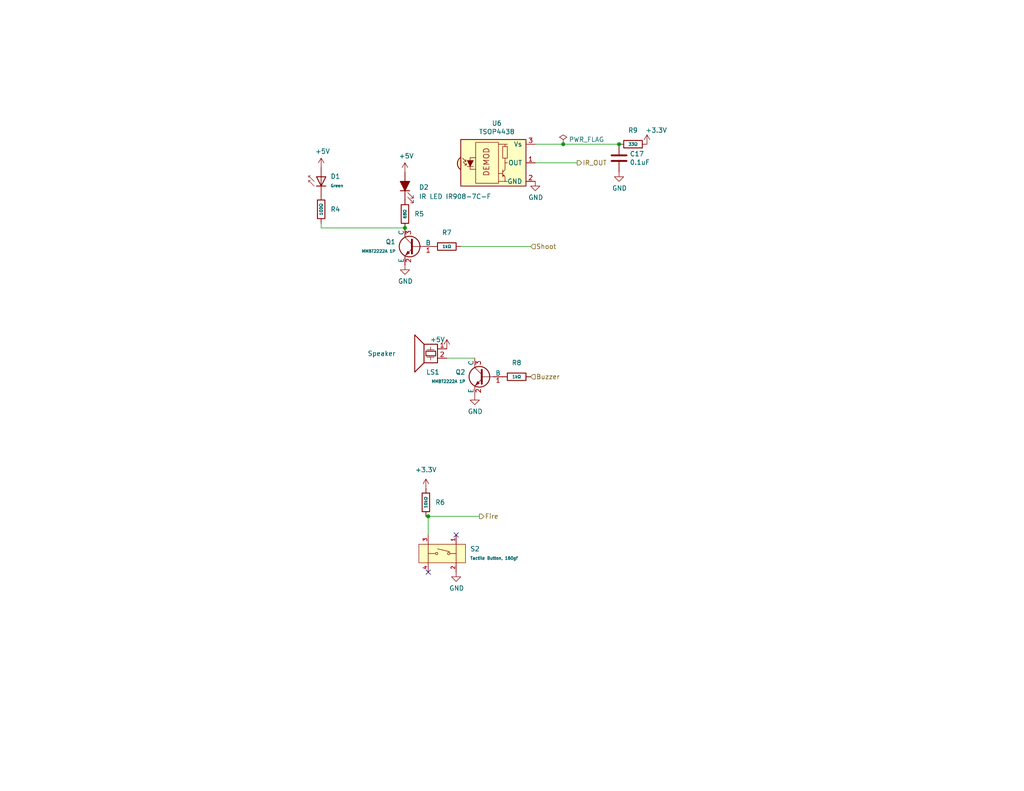
<source format=kicad_sch>
(kicad_sch (version 20250114) (generator "eeschema") (generator_version "9.0")
  (paper "USLetter")
  (title_block (title "Laser Tag") (date "2025-01-29") (rev "0.3") (company "Walla Walla University") (comment 1 "Rob Frohne"))
  (lib_symbols
    (symbol "Device:C" (pin_numbers (hide yes)) (pin_names (offset 0.254))
      (property "Reference" "C" (at 0.635 2.54 0))
      (property "Value" "C" (at 0.635 -2.54 0))
      (symbol "C_0_1"
        (polyline (pts (xy -2.032 0.762) (xy 2.032 0.762)) (stroke (width 0.508)))
        (polyline (pts (xy -2.032 -0.762) (xy 2.032 -0.762)) (stroke (width 0.508)))
      )
      (symbol "C_1_1"
        (pin passive line (at 0 3.81 270) (length 2.794) (name "~") (number "1"))
        (pin passive line (at 0 -3.81 90) (length 2.794) (name "~") (number "2"))
      )
    )
    (symbol "Device:LED_Filled" (pin_numbers (hide yes)) (pin_names (offset 1.016) (hide yes))
      (property "Reference" "D" (at 0 2.54 0))
      (property "Value" "LED_Filled" (at 0 -2.54 0))
      (symbol "LED_Filled_0_1"
        (polyline (pts (xy -3.048 -0.762) (xy -4.572 -2.286) (xy -3.81 -2.286) (xy -4.572 -2.286) (xy -4.572 -1.524)))
        (polyline (pts (xy -1.778 -0.762) (xy -3.302 -2.286) (xy -2.54 -2.286) (xy -3.302 -2.286) (xy -3.302 -1.524)))
        (polyline (pts (xy -1.27 0) (xy 1.27 0)))
        (polyline (pts (xy -1.27 -1.27) (xy -1.27 1.27)) (stroke (width 0.254)))
        (polyline (pts (xy 1.27 -1.27) (xy 1.27 1.27) (xy -1.27 0) (xy 1.27 -1.27)) (stroke (width 0.254)) (fill (type outline)))
      )
      (symbol "LED_Filled_1_1"
        (pin passive line (at -3.81 0 0) (length 2.54) (name "K") (number "1"))
        (pin passive line (at 3.81 0 180) (length 2.54) (name "A") (number "2"))
      )
    )
    (symbol "Device:Speaker_Crystal" (pin_names (offset 0) (hide yes))
      (property "Reference" "LS" (at 0.635 5.715 0))
      (property "Value" "Speaker_Crystal" (at 0.635 3.81 0))
      (symbol "Speaker_Crystal_0_0"
        (rectangle (start -2.54 1.27) (end 1.143 -3.81) (stroke (width 0.254)))
        (rectangle (start -2.032 -0.635) (end 0.635 -1.905) (stroke (width 0.254)))
        (polyline (pts (xy -1.651 -0.254) (xy 0.381 -0.254)))
        (polyline (pts (xy -1.651 -2.286) (xy 0.381 -2.286)))
        (polyline (pts (xy -0.635 -0.254) (xy -0.635 0.508)))
        (polyline (pts (xy -0.635 -2.286) (xy -0.635 -3.048)))
        (polyline (pts (xy 1.143 1.27) (xy 3.683 3.81) (xy 3.683 -6.35) (xy 1.143 -3.81)) (stroke (width 0.254)))
      )
      (symbol "Speaker_Crystal_1_1"
        (pin input line (at -5.08 0 0) (length 2.54) (name "1") (number "1"))
        (pin input line (at -5.08 -2.54 0) (length 2.54) (name "2") (number "2"))
      )
    )
    (symbol "Interface_Optical:TSOP45xx" (pin_names (offset 1.016))
      (property "Reference" "U" (at -10.16 7.62 0))
      (property "Value" "TSOP45xx" (at -10.16 -7.62 0))
      (symbol "TSOP45xx_0_0"
        (arc (start -10.287 -1.778) (mid -11.0899 -0.1905) (end -10.287 1.397) (stroke (width 0.254)) (fill (type background)))
        (polyline (pts (xy 1.905 5.08) (xy 0.127 5.08)))
        (polyline (pts (xy 1.905 -5.08) (xy 0.127 -5.08)))
        (text "DEMOD" (at -3.175 0.254 900) (effects (font (size 1.524 1.524))))
      )
      (symbol "TSOP45xx_0_1"
        (polyline (pts (xy -8.763 0.381) (xy -9.652 1.27)))
        (polyline (pts (xy -8.763 0.381) (xy -9.271 0.381)))
        (polyline (pts (xy -8.763 0.381) (xy -8.763 0.889)))
        (polyline (pts (xy -8.636 -0.635) (xy -9.525 0.254)))
        (polyline (pts (xy -8.636 -0.635) (xy -9.144 -0.635)))
        (polyline (pts (xy -8.636 -0.635) (xy -8.636 -0.127)))
        (polyline (pts (xy -8.382 0.635) (xy -6.731 0.635) (xy -7.62 -1.016) (xy -8.382 0.635)) (fill (type outline)))
        (polyline (pts (xy -8.382 -1.016) (xy -6.731 -1.016)))
        (rectangle (start -6.096 5.588) (end 0.127 -5.588))
        (polyline (pts (xy -6.096 1.397) (xy -7.62 1.397) (xy -7.62 -1.778) (xy -6.096 -1.778)))
        (polyline (pts (xy 1.27 -1.905) (xy 1.27 -3.81)))
        (polyline (pts (xy 1.27 -2.54) (xy 1.905 -1.905) (xy 1.905 0) (xy 2.54 0)))
        (polyline (pts (xy 1.27 -2.921) (xy 0.127 -2.921)))
        (polyline (pts (xy 1.27 -3.175) (xy 1.905 -3.81) (xy 1.905 -5.08) (xy 2.54 -5.08)))
        (polyline (pts (xy 1.397 -3.556) (xy 1.524 -3.556)))
        (polyline (pts (xy 1.651 -3.556) (xy 1.524 -3.556)))
        (polyline (pts (xy 1.651 -3.556) (xy 1.651 -3.302)))
        (polyline (pts (xy 1.905 4.445) (xy 1.905 5.08) (xy 2.54 5.08)))
        (polyline (pts (xy 1.905 0) (xy 1.905 1.27)))
        (rectangle (start 2.54 1.27) (end 1.27 4.445))
        (rectangle (start 7.62 6.35) (end -10.16 -6.35) (stroke (width 0.254)) (fill (type background)))
      )
      (symbol "TSOP45xx_1_1"
        (pin power_in line (at 10.16 5.08 180) (length 2.54) (name "Vs") (number "3"))
        (pin output line (at 10.16 0 180) (length 2.54) (name "OUT") (number "1"))
        (pin power_in line (at 10.16 -5.08 180) (length 2.54) (name "GND") (number "2"))
      )
    )
    (symbol "PCM_JLCPCB-Connectors_Buttons:Tactile Button, 160gf" (pin_names (hide yes))
      (property "Reference" "S" (at 0 1.27 0))
      (property "Value" "Tactile Button, 160gf" (at 0 -8.89 0))
      (symbol "Tactile Button, 160gf_0_1"
        (polyline (pts (xy -2.54 2.54) (xy 2.54 2.54)))
        (polyline (pts (xy -2.54 -5.08) (xy 2.54 -5.08)))
        (polyline (pts (xy -0.508 0.762) (xy -1.27 -2.54)))
        (polyline (pts (xy 0 0.762) (xy 0 2.54)))
        (circle (center 0 0.508) (radius 0.3175) (fill (type background)))
        (circle (center 0 -2.794) (radius 0.3175) (fill (type background)))
        (polyline (pts (xy 0 -3.302) (xy 0 -5.08)))
        (pin unspecified line (at -5.08 2.54 0) (length 2.54) (name "A") (number "1"))
        (pin unspecified line (at -5.08 -5.08 0) (length 2.54) (name "C") (number "3"))
        (pin unspecified line (at 5.08 2.54 180) (length 2.54) (name "B") (number "2"))
        (pin unspecified line (at 5.08 -5.08 180) (length 2.54) (name "D") (number "4"))
      )
      (symbol "Tactile Button, 160gf_1_1"
        (rectangle (start -2.54 5.08) (end 2.54 -7.62) (fill (type background)))
      )
    )
    (symbol "PCM_JLCPCB-Diodes:LED,0805,Green" (pin_numbers (hide yes)) (pin_names (offset 0))
      (property "Reference" "D" (at 2.032 0.834 0))
      (property "Value" "Green" (at 2.032 -1.2122 0))
      (symbol "LED,0805,Green_0_1"
        (polyline (pts (xy -1.905 0) (xy -3.429 1.524) (xy -3.429 1.016) (xy -3.429 1.524) (xy -2.921 1.524)) (stroke (width 0.127)))
        (polyline (pts (xy -1.905 -1.27) (xy -3.429 0.254) (xy -3.429 -0.254) (xy -3.429 0.254) (xy -2.921 0.254)) (stroke (width 0.127)))
        (polyline (pts (xy -1.27 1.27) (xy 0 -1.27) (xy 1.27 1.27) (xy -1.27 1.27)) (stroke (width 0.254)))
        (polyline (pts (xy -1.27 -1.27) (xy 1.27 -1.27)) (stroke (width 0.254)))
      )
      (symbol "LED,0805,Green_1_1"
        (pin passive line (at 0 3.81 270) (length 3.81) (name "~") (number "2"))
        (pin passive line (at 0 -3.81 90) (length 3.81) (name "~") (number "1"))
      )
    )
    (symbol "PCM_JLCPCB-Resistors:0805,100Ω" (pin_numbers (hide yes)) (pin_names (offset 0))
      (property "Reference" "R" (at 1.778 0 0))
      (property "Value" "100Ω" (at 0 0 90))
      (symbol "0805,100Ω_0_1"
        (rectangle (start -1.016 2.54) (end 1.016 -2.54) (stroke (width 0.254)))
      )
      (symbol "0805,100Ω_1_1"
        (pin passive line (at 0 3.81 270) (length 1.27) (name "~") (number "1"))
        (pin passive line (at 0 -3.81 90) (length 1.27) (name "~") (number "2"))
      )
    )
    (symbol "PCM_JLCPCB-Resistors:0805,10kΩ" (pin_numbers (hide yes)) (pin_names (offset 0))
      (property "Reference" "R" (at 1.778 0 0))
      (property "Value" "10kΩ" (at 0 0 90))
      (symbol "0805,10kΩ_0_1"
        (rectangle (start -1.016 2.54) (end 1.016 -2.54) (stroke (width 0.254)))
      )
      (symbol "0805,10kΩ_1_1"
        (pin passive line (at 0 3.81 270) (length 1.27) (name "~") (number "1"))
        (pin passive line (at 0 -3.81 90) (length 1.27) (name "~") (number "2"))
      )
    )
    (symbol "PCM_JLCPCB-Resistors:0805,1kΩ" (pin_numbers (hide yes)) (pin_names (offset 0))
      (property "Reference" "R" (at 1.778 0 0))
      (property "Value" "1kΩ" (at 0 0 90))
      (symbol "0805,1kΩ_0_1"
        (rectangle (start -1.016 2.54) (end 1.016 -2.54) (stroke (width 0.254)))
      )
      (symbol "0805,1kΩ_1_1"
        (pin passive line (at 0 3.81 270) (length 1.27) (name "~") (number "1"))
        (pin passive line (at 0 -3.81 90) (length 1.27) (name "~") (number "2"))
      )
    )
    (symbol "PCM_JLCPCB-Resistors:0805,33Ω" (pin_numbers (hide yes)) (pin_names (offset 0))
      (property "Reference" "R" (at 1.778 0 0))
      (property "Value" "33Ω" (at 0 0 90))
      (symbol "0805,33Ω_0_1"
        (rectangle (start -1.016 2.54) (end 1.016 -2.54) (stroke (width 0.254)))
      )
      (symbol "0805,33Ω_1_1"
        (pin passive line (at 0 3.81 270) (length 1.27) (name "~") (number "1"))
        (pin passive line (at 0 -3.81 90) (length 1.27) (name "~") (number "2"))
      )
    )
    (symbol "PCM_JLCPCB-Resistors:0805,68Ω" (pin_numbers (hide yes)) (pin_names (offset 0))
      (property "Reference" "R" (at 1.778 0 0))
      (property "Value" "68Ω" (at 0 0 90))
      (symbol "0805,68Ω_0_1"
        (rectangle (start -1.016 2.54) (end 1.016 -2.54) (stroke (width 0.254)))
      )
      (symbol "0805,68Ω_1_1"
        (pin passive line (at 0 3.81 270) (length 1.27) (name "~") (number "1"))
        (pin passive line (at 0 -3.81 90) (length 1.27) (name "~") (number "2"))
      )
    )
    (symbol "PCM_JLCPCB-Transistors:NPN,MMBT2222A 1P" (pin_names (offset 0))
      (property "Reference" "Q" (at 4.8514 0.834 0))
      (property "Value" "MMBT2222A 1P" (at 4.8514 -1.2122 0))
      (symbol "NPN,MMBT2222A 1P_0_1"
        (polyline (pts (xy -2.54 0) (xy 0.635 0)) (stroke (width 0.1524)))
        (polyline (pts (xy 0.635 1.905) (xy 0.635 -1.905) (xy 0.635 -1.905)) (stroke (width 0.508)))
        (polyline (pts (xy 0.635 0.635) (xy 2.54 2.54)))
        (polyline (pts (xy 0.635 -0.635) (xy 2.54 -2.54) (xy 2.54 -2.54)))
        (circle (center 1.27 0) (radius 2.8194) (stroke (width 0.254)))
        (polyline (pts (xy 1.27 -1.778) (xy 1.778 -1.27) (xy 2.286 -2.286) (xy 1.27 -1.778) (xy 1.27 -1.778)) (fill (type outline)))
        (polyline (pts (xy 2.794 -1.27) (xy 2.794 -1.27)) (stroke (width 0.1524)))
        (polyline (pts (xy 2.794 -1.27) (xy 2.794 -1.27)) (stroke (width 0.1524)))
      )
      (symbol "NPN,MMBT2222A 1P_1_1"
        (pin input line (at -5.08 0 0) (length 2.54) (name "B") (number "1"))
        (pin open_collector line (at 2.54 5.08 270) (length 2.54) (name "C") (number "3"))
        (pin open_emitter line (at 2.54 -5.08 90) (length 2.54) (name "E") (number "2"))
      )
    )
    (symbol "power:+3.3V" (power) (pin_names (offset 0))
      (property "Value" "+3.3V" (at 0 3.556 0))
      (symbol "+3.3V_0_1"
        (polyline (pts (xy -0.762 1.27) (xy 0 2.54)))
        (polyline (pts (xy 0 2.54) (xy 0.762 1.27)))
        (polyline (pts (xy 0 0) (xy 0 2.54)))
      )
      (symbol "+3.3V_1_1"
        (pin power_in line (at 0 0 90) (length 0) (hide yes) (name "+3.3V") (number "1"))
      )
    )
    (symbol "power:+5V" (power) (pin_names (offset 0))
      (property "Value" "+5V" (at 0 3.556 0))
      (symbol "+5V_0_1"
        (polyline (pts (xy -0.762 1.27) (xy 0 2.54)))
        (polyline (pts (xy 0 2.54) (xy 0.762 1.27)))
        (polyline (pts (xy 0 0) (xy 0 2.54)))
      )
      (symbol "+5V_1_1"
        (pin power_in line (at 0 0 90) (length 0) (hide yes) (name "+5V") (number "1"))
      )
    )
    (symbol "power:GND" (power) (pin_names (offset 0))
      (property "Value" "GND" (at 0 -3.81 0))
      (symbol "GND_0_1"
        (polyline (pts (xy 0 0) (xy 0 -1.27) (xy 1.27 -1.27) (xy 0 -2.54) (xy -1.27 -1.27) (xy 0 -1.27)))
      )
      (symbol "GND_1_1"
        (pin power_in line (at 0 0 270) (length 0) (hide yes) (name "GND") (number "1"))
      )
    )
    (symbol "power:PWR_FLAG" (power) (pin_numbers (hide yes)) (pin_names (offset 0) (hide yes))
      (property "Value" "PWR_FLAG" (at 0 3.81 0))
      (symbol "PWR_FLAG_0_0"
        (pin power_out line (at 0 0 90) (length 0) (name "pwr") (number "1"))
      )
      (symbol "PWR_FLAG_0_1"
        (polyline (pts (xy 0 0) (xy 0 1.27) (xy -1.016 1.905) (xy 0 2.54) (xy 1.016 1.905) (xy 0 1.27)))
      )
    )
  )
  (junction (at 110.49 62.23))
  (junction (at 168.91 39.37))
  (junction (at 116.84 140.97))
  (junction (at 153.67 39.37))
  (no_connect (at 124.46 146.05))
  (no_connect (at 116.84 156.21))
  (wire (pts (xy 87.63 60.96) (xy 87.63 62.23)))
  (wire (pts (xy 125.73 67.31) (xy 144.78 67.31)))
  (wire (pts (xy 116.84 146.05) (xy 116.84 140.97)))
  (wire (pts (xy 121.92 97.79) (xy 129.54 97.79)))
  (wire (pts (xy 168.91 39.37) (xy 153.67 39.37)))
  (wire (pts (xy 116.84 140.97) (xy 130.81 140.97)))
  (wire (pts (xy 146.05 44.45) (xy 157.48 44.45)))
  (wire (pts (xy 153.67 39.37) (xy 146.05 39.37)))
  (wire (pts (xy 87.63 62.23) (xy 110.49 62.23)))
  (wire (pts (xy 116.84 140.97) (xy 116.205 140.97)))
  (hierarchical_label "Buzzer" (shape input) (at 144.78 102.87 0))
  (hierarchical_label "IR_OUT" (shape output) (at 157.48 44.45 0))
  (hierarchical_label "Fire" (shape output) (at 130.81 140.97 0))
  (hierarchical_label "Shoot" (shape input) (at 144.78 67.31 0))
  (symbol (lib_id "power:PWR_FLAG") (at 153.67 39.37 0) (unit 1)
    (property "Reference" "#FLG03" (effects (hide yes)))
    (property "Value" "PWR_FLAG" (at 160.02 38.1 0))
  )
  (symbol (lib_id "power:GND") (at 129.54 107.95 0) (unit 1)
    (property "Reference" "#PWR049" (effects (hide yes)))
    (property "Value" "GND" (at 129.667 112.3442 0))
  )
  (symbol (lib_id "power:+3.3V") (at 116.205 133.35 0) (unit 1)
    (property "Reference" "#PWR046" (effects (hide yes)))
    (property "Value" "+3.3V" (at 116.205 128.27 0))
  )
  (symbol (lib_id "Device:C") (at 168.91 43.18 0) (unit 1)
    (property "Reference" "C17" (at 171.831 42.0116 0) (effects (justify left)))
    (property "Value" "0.1uF" (at 171.831 44.323 0) (effects (justify left)))
    (property "Footprint" "Capacitor_SMD:C_0805_2012Metric" (effects (hide yes)))
  )
  (symbol (lib_id "Device:LED_Filled") (at 110.49 50.8 90) (unit 1)
    (property "Reference" "D2" (at 114.3 51.1174 90) (effects (justify right)))
    (property "Value" "IR LED IR908-7C-F" (at 114.3 53.6574 90) (effects (justify right)))
    (property "Footprint" "LED_THT:LED_D1.8mm_W1.8mm_H2.4mm_Horizontal_O1.27mm_Z8.2mm" (effects (hide yes)))
    (property "Datasheet" "https://www.everlight.com/wp-content/plugins/ItemRelationship/product_files/pdf/DIR-0000453_IR908-7C-F_Datasheet_V8.pdf" (effects (hide yes)))
    (property "LCSC" "C183794" (effects (hide yes)))
  )
  (symbol (lib_id "power:+5V") (at 87.63 45.72 0) (unit 1)
    (property "Reference" "#PWR043" (effects (hide yes)))
    (property "Value" "+5V" (at 88.011 41.3258 0))
  )
  (symbol (lib_id "power:GND") (at 168.91 46.99 0) (unit 1)
    (property "Reference" "#PWR051" (effects (hide yes)))
    (property "Value" "GND" (at 169.037 51.3842 0))
  )
  (symbol (lib_id "PCM_JLCPCB-Transistors:NPN,MMBT2222A 1P") (at 113.03 67.31 0) (mirror y) (unit 1)
    (property "Reference" "Q1" (at 107.95 66.0399 0) (effects (justify left)))
    (property "Value" "MMBT2222A 1P" (at 107.95 68.58 0) (effects (font (size 0.8 0.8)) (justify left)))
    (property "Footprint" "PCM_JLCPCB:Q_SOT-23" (effects (hide yes)))
    (property "Datasheet" "https://www.lcsc.com/datasheet/lcsc_datasheet_1811081957_Jiangsu-Changjing-Electronics-Technology-Co---Ltd--MMBT2222A-1P_C8512.pdf" (effects (hide yes)))
    (property "Description" "40V 300mW 600mA NPN SOT-23 Bipolar (BJT) ROHS" (effects (hide yes)))
    (property "LCSC" "C8512" (effects (hide yes)))
    (property "Stock" "237140" (effects (hide yes)))
    (property "Price" "0.020USD" (effects (hide yes)))
    (property "Process" "SMT" (effects (hide yes)))
    (property "Minimum Qty" "10" (effects (hide yes)))
    (property "Attrition Qty" "5" (effects (hide yes)))
    (property "Class" "Basic Component" (effects (hide yes)))
    (property "Category" "Transistors,Bipolar Transistors - BJT" (effects (hide yes)))
    (property "Manufacturer" "Changjiang Electronics Tech (CJ)" (effects (hide yes)))
    (property "Part" "MMBT2222A 1P" (effects (hide yes)))
    (property "Transition Frequency (fT)" "300MHz" (effects (hide yes)))
    (property "Operating Temperature" "-55°C~+150°C" (effects (hide yes)))
    (property "Collector Cut-Off Current (Icbo)" "10nA" (effects (hide yes)))
    (property "Transistor Type" "NPN" (effects (hide yes)))
    (property "DC Current Gain (hFE@Ic,Vce)" "100@150mA,10V" (effects (hide yes)))
    (property "Power Dissipation (Pd)" "300mW" (effects (hide yes)))
    (property "Collector Current (Ic)" "600mA" (effects (hide yes)))
    (property "Collector-Emitter Saturation Voltage (VCE(sat)@Ic,Ib)" "1V@500mA,50mA" (effects (hide yes)))
    (property "Collector-Emitter Breakdown Voltage (Vceo)" "40V" (effects (hide yes)))
  )
  (symbol (lib_id "Interface_Optical:TSOP45xx") (at 135.89 44.45 0) (unit 1)
    (property "Reference" "U6" (at 135.5598 33.655 0))
    (property "Value" "TSOP4438" (at 135.5598 35.9664 0))
    (property "Footprint" "OptoDevice:Vishay_MOLD-3Pin" (effects (hide yes)))
    (property "Datasheet" "https://www.vishay.com/docs/82459/tsop48.pdf" (effects (hide yes)))
    (property "LCSC" "C124647" (effects (hide yes)))
  )
  (symbol (lib_id "Device:Speaker_Crystal") (at 116.84 95.25 0) (mirror y) (unit 1)
    (property "Reference" "LS1" (at 118.11 101.6 0))
    (property "Value" "Speaker" (at 104.14 96.52 0))
    (property "Footprint" "Buzzer_Beeper:Buzzer_12x9.5RM7.6" (effects (hide yes)))
    (property "Datasheet" "https://www.lcsc.com/datasheet/lcsc_datasheet_1912171631_Fengming-YS-MBZ12085C05R42_C409842.pdf" (effects (hide yes)))
    (property "LCSC" "C409842" (effects (hide yes)))
  )
  (symbol (lib_id "PCM_JLCPCB-Resistors:0805,1kΩ") (at 121.92 67.31 90) (unit 1)
    (property "Reference" "R7" (at 121.92 63.5 90))
    (property "Value" "1kΩ" (at 121.92 67.31 90) (effects (font (size 0.8 0.8))))
    (property "Footprint" "PCM_JLCPCB:R_0805" (effects (hide yes)))
    (property "Datasheet" "https://www.lcsc.com/datasheet/lcsc_datasheet_2205311800_UNI-ROYAL-Uniroyal-Elec-0805W8F1001T5E_C17513.pdf" (effects (hide yes)))
    (property "Description" "125mW Thick Film Resistors 150V ±100ppm/°C ±1% 1kΩ 0805 Chip Resistor - Surface Mount ROHS" (effects (hide yes)))
    (property "LCSC" "C17513" (effects (hide yes)))
    (property "Stock" "10549636" (effects (hide yes)))
    (property "Price" "0.005USD" (effects (hide yes)))
    (property "Process" "SMT" (effects (hide yes)))
    (property "Minimum Qty" "20" (effects (hide yes)))
    (property "Attrition Qty" "10" (effects (hide yes)))
    (property "Class" "Basic Component" (effects (hide yes)))
    (property "Category" "Resistors,Chip Resistor - Surface Mount" (effects (hide yes)))
    (property "Manufacturer" "UNI-ROYAL(Uniroyal Elec)" (effects (hide yes)))
    (property "Part" "0805W8F1001T5E" (effects (hide yes)))
    (property "Resistance" "1kΩ" (effects (hide yes)))
    (property "Power(Watts)" "125mW" (effects (hide yes)))
    (property "Type" "Thick Film Resistors" (effects (hide yes)))
    (property "Overload Voltage (Max)" "150V" (effects (hide yes)))
    (property "Operating Temperature Range" "-55°C~+155°C" (effects (hide yes)))
    (property "Tolerance" "±1%" (effects (hide yes)))
    (property "Temperature Coefficient" "±100ppm/°C" (effects (hide yes)))
  )
  (symbol (lib_id "power:+3.3V") (at 176.53 39.37 0) (unit 1)
    (property "Reference" "#PWR052" (effects (hide yes)))
    (property "Value" "+3.3V" (at 179.07 35.56 0))
  )
  (symbol (lib_id "power:GND") (at 146.05 49.53 0) (unit 1)
    (property "Reference" "#PWR050" (effects (hide yes)))
    (property "Value" "GND" (at 146.177 53.9242 0))
  )
  (symbol (lib_id "power:+5V") (at 110.49 46.99 0) (unit 1)
    (property "Reference" "#PWR044" (effects (hide yes)))
    (property "Value" "+5V" (at 110.871 42.5958 0))
  )
  (symbol (lib_id "PCM_JLCPCB-Resistors:0805,100Ω") (at 87.63 57.15 0) (unit 1)
    (property "Reference" "R4" (at 90.17 57.1499 0) (effects (justify left)))
    (property "Value" "100Ω" (at 87.63 57.15 90) (effects (font (size 0.8 0.8))))
    (property "Footprint" "PCM_JLCPCB:R_0805" (effects (hide yes)))
    (property "Datasheet" "https://www.lcsc.com/datasheet/lcsc_datasheet_2411221126_UNI-ROYAL-Uniroyal-Elec-0805W8F1000T5E_C17408.pdf" (effects (hide yes)))
    (property "Description" "125mW Thick Film Resistors 150V ±100ppm/°C ±1% 100Ω 0805 Chip Resistor - Surface Mount ROHS" (effects (hide yes)))
    (property "LCSC" "C17408" (effects (hide yes)))
    (property "Stock" "3099989" (effects (hide yes)))
    (property "Price" "0.005USD" (effects (hide yes)))
    (property "Process" "SMT" (effects (hide yes)))
    (property "Minimum Qty" "20" (effects (hide yes)))
    (property "Attrition Qty" "10" (effects (hide yes)))
    (property "Class" "Basic Component" (effects (hide yes)))
    (property "Category" "Resistors,Chip Resistor - Surface Mount" (effects (hide yes)))
    (property "Manufacturer" "UNI-ROYAL(Uniroyal Elec)" (effects (hide yes)))
    (property "Part" "0805W8F1000T5E" (effects (hide yes)))
    (property "Resistance" "100Ω" (effects (hide yes)))
    (property "Power(Watts)" "125mW" (effects (hide yes)))
    (property "Type" "Thick Film Resistors" (effects (hide yes)))
    (property "Overload Voltage (Max)" "150V" (effects (hide yes)))
    (property "Operating Temperature Range" "-55°C~+155°C" (effects (hide yes)))
    (property "Tolerance" "±1%" (effects (hide yes)))
    (property "Temperature Coefficient" "±100ppm/°C" (effects (hide yes)))
  )
  (symbol (lib_id "PCM_JLCPCB-Transistors:NPN,MMBT2222A 1P") (at 132.08 102.87 0) (mirror y) (unit 1)
    (property "Reference" "Q2" (at 127 101.5999 0) (effects (justify left)))
    (property "Value" "MMBT2222A 1P" (at 127 104.14 0) (effects (font (size 0.8 0.8)) (justify left)))
    (property "Footprint" "PCM_JLCPCB:Q_SOT-23" (effects (hide yes)))
    (property "Datasheet" "https://www.lcsc.com/datasheet/lcsc_datasheet_1811081957_Jiangsu-Changjing-Electronics-Technology-Co---Ltd--MMBT2222A-1P_C8512.pdf" (effects (hide yes)))
    (property "Description" "40V 300mW 600mA NPN SOT-23 Bipolar (BJT) ROHS" (effects (hide yes)))
    (property "LCSC" "C8512" (effects (hide yes)))
    (property "Stock" "237140" (effects (hide yes)))
    (property "Price" "0.020USD" (effects (hide yes)))
    (property "Process" "SMT" (effects (hide yes)))
    (property "Minimum Qty" "10" (effects (hide yes)))
    (property "Attrition Qty" "5" (effects (hide yes)))
    (property "Class" "Basic Component" (effects (hide yes)))
    (property "Category" "Transistors,Bipolar Transistors - BJT" (effects (hide yes)))
    (property "Manufacturer" "Changjiang Electronics Tech (CJ)" (effects (hide yes)))
    (property "Part" "MMBT2222A 1P" (effects (hide yes)))
    (property "Transition Frequency (fT)" "300MHz" (effects (hide yes)))
    (property "Operating Temperature" "-55°C~+150°C" (effects (hide yes)))
    (property "Collector Cut-Off Current (Icbo)" "10nA" (effects (hide yes)))
    (property "Transistor Type" "NPN" (effects (hide yes)))
    (property "DC Current Gain (hFE@Ic,Vce)" "100@150mA,10V" (effects (hide yes)))
    (property "Power Dissipation (Pd)" "300mW" (effects (hide yes)))
    (property "Collector Current (Ic)" "600mA" (effects (hide yes)))
    (property "Collector-Emitter Saturation Voltage (VCE(sat)@Ic,Ib)" "1V@500mA,50mA" (effects (hide yes)))
    (property "Collector-Emitter Breakdown Voltage (Vceo)" "40V" (effects (hide yes)))
  )
  (symbol (lib_id "PCM_JLCPCB-Resistors:0805,68Ω") (at 110.49 58.42 0) (unit 1)
    (property "Reference" "R5" (at 113.03 58.4199 0) (effects (justify left)))
    (property "Value" "68Ω" (at 110.49 58.42 90) (effects (font (size 0.8 0.8))))
    (property "Footprint" "PCM_JLCPCB:R_0805" (effects (hide yes)))
    (property "Datasheet" "https://www.lcsc.com/datasheet/lcsc_datasheet_2205311830_UNI-ROYAL-Uniroyal-Elec-0805W8F680JT5E_C17802.pdf" (effects (hide yes)))
    (property "Description" "125mW Thick Film Resistors 150V ±1% ±200ppm/°C 68Ω 0805 Chip Resistor - Surface Mount ROHS" (effects (hide yes)))
    (property "LCSC" "C17802" (effects (hide yes)))
    (property "Stock" "206239" (effects (hide yes)))
    (property "Price" "0.005USD" (effects (hide yes)))
    (property "Process" "SMT" (effects (hide yes)))
    (property "Minimum Qty" "20" (effects (hide yes)))
    (property "Attrition Qty" "10" (effects (hide yes)))
    (property "Class" "Preferred Component" (effects (hide yes)))
    (property "Category" "Resistors,Chip Resistor - Surface Mount" (effects (hide yes)))
    (property "Manufacturer" "UNI-ROYAL(Uniroyal Elec)" (effects (hide yes)))
    (property "Part" "0805W8F680JT5E" (effects (hide yes)))
    (property "Resistance" "68Ω" (effects (hide yes)))
    (property "Power(Watts)" "125mW" (effects (hide yes)))
    (property "Type" "Thick Film Resistors" (effects (hide yes)))
    (property "Overload Voltage (Max)" "150V" (effects (hide yes)))
    (property "Operating Temperature Range" "-55°C~+155°C" (effects (hide yes)))
    (property "Tolerance" "±1%" (effects (hide yes)))
    (property "Temperature Coefficient" "±200ppm/°C" (effects (hide yes)))
  )
  (symbol (lib_id "power:GND") (at 110.49 72.39 0) (unit 1)
    (property "Reference" "#PWR045" (effects (hide yes)))
    (property "Value" "GND" (at 110.617 76.7842 0))
  )
  (symbol (lib_id "power:+5V") (at 121.92 95.25 0) (unit 1)
    (property "Reference" "#PWR047" (effects (hide yes)))
    (property "Value" "+5V" (at 119.38 92.71 0))
  )
  (symbol (lib_id "PCM_JLCPCB-Diodes:LED,0805,Green") (at 87.63 49.53 0) (unit 1)
    (property "Reference" "D1" (at 90.17 48.1646 0) (effects (justify left)))
    (property "Value" "Green" (at 90.17 50.7047 0) (effects (font (size 0.8 0.8)) (justify left)))
    (property "Footprint" "PCM_JLCPCB:D_0805" (effects (hide yes)))
    (property "Datasheet" "https://www.lcsc.com/datasheet/lcsc_datasheet_1806151820_Hubei-KENTO-Elec-KT-0805G_C2297.pdf" (effects (hide yes)))
    (property "Description" "Emerald 0805 LED Indication - Discrete ROHS" (effects (hide yes)))
    (property "LCSC" "C2297" (effects (hide yes)))
    (property "Stock" "764661" (effects (hide yes)))
    (property "Price" "0.014USD" (effects (hide yes)))
    (property "Process" "SMT" (effects (hide yes)))
    (property "Minimum Qty" "5" (effects (hide yes)))
    (property "Attrition Qty" "1" (effects (hide yes)))
    (property "Class" "Basic Component" (effects (hide yes)))
    (property "Category" "Optoelectronics,Light Emitting Diodes (LED)" (effects (hide yes)))
    (property "Manufacturer" "Hubei KENTO Elec" (effects (hide yes)))
    (property "Part" "KT-0805G" (effects (hide yes)))
    (property "Emitted Color" "Emerald" (effects (hide yes)))
  )
  (symbol (lib_id "PCM_JLCPCB-Resistors:0805,1kΩ") (at 140.97 102.87 90) (unit 1)
    (property "Reference" "R8" (at 140.97 99.06 90))
    (property "Value" "1kΩ" (at 140.97 102.87 90) (effects (font (size 0.8 0.8))))
    (property "Footprint" "PCM_JLCPCB:R_0805" (effects (hide yes)))
    (property "Datasheet" "https://www.lcsc.com/datasheet/lcsc_datasheet_2205311800_UNI-ROYAL-Uniroyal-Elec-0805W8F1001T5E_C17513.pdf" (effects (hide yes)))
    (property "Description" "125mW Thick Film Resistors 150V ±100ppm/°C ±1% 1kΩ 0805 Chip Resistor - Surface Mount ROHS" (effects (hide yes)))
    (property "LCSC" "C17513" (effects (hide yes)))
    (property "Stock" "10549636" (effects (hide yes)))
    (property "Price" "0.005USD" (effects (hide yes)))
    (property "Process" "SMT" (effects (hide yes)))
    (property "Minimum Qty" "20" (effects (hide yes)))
    (property "Attrition Qty" "10" (effects (hide yes)))
    (property "Class" "Basic Component" (effects (hide yes)))
    (property "Category" "Resistors,Chip Resistor - Surface Mount" (effects (hide yes)))
    (property "Manufacturer" "UNI-ROYAL(Uniroyal Elec)" (effects (hide yes)))
    (property "Part" "0805W8F1001T5E" (effects (hide yes)))
    (property "Resistance" "1kΩ" (effects (hide yes)))
    (property "Power(Watts)" "125mW" (effects (hide yes)))
    (property "Type" "Thick Film Resistors" (effects (hide yes)))
    (property "Overload Voltage (Max)" "150V" (effects (hide yes)))
    (property "Operating Temperature Range" "-55°C~+155°C" (effects (hide yes)))
    (property "Tolerance" "±1%" (effects (hide yes)))
    (property "Temperature Coefficient" "±100ppm/°C" (effects (hide yes)))
  )
  (symbol (lib_id "PCM_JLCPCB-Resistors:0805,33Ω") (at 172.72 39.37 90) (unit 1)
    (property "Reference" "R9" (at 172.72 35.56 90))
    (property "Value" "33Ω" (at 172.72 39.37 90) (effects (font (size 0.8 0.8))))
    (property "Footprint" "PCM_JLCPCB:R_0805" (effects (hide yes)))
    (property "Datasheet" "https://www.lcsc.com/datasheet/lcsc_datasheet_2205311830_UNI-ROYAL-Uniroyal-Elec-0805W8F330JT5E_C17634.pdf" (effects (hide yes)))
    (property "Description" "125mW Thick Film Resistors 150V ±1% ±200ppm/°C 33Ω 0805 Chip Resistor - Surface Mount ROHS" (effects (hide yes)))
    (property "LCSC" "C17634" (effects (hide yes)))
    (property "Stock" "370177" (effects (hide yes)))
    (property "Price" "0.005USD" (effects (hide yes)))
    (property "Process" "SMT" (effects (hide yes)))
    (property "Minimum Qty" "20" (effects (hide yes)))
    (property "Attrition Qty" "10" (effects (hide yes)))
    (property "Class" "Basic Component" (effects (hide yes)))
    (property "Category" "Resistors,Chip Resistor - Surface Mount" (effects (hide yes)))
    (property "Manufacturer" "UNI-ROYAL(Uniroyal Elec)" (effects (hide yes)))
    (property "Part" "0805W8F330JT5E" (effects (hide yes)))
    (property "Resistance" "33Ω" (effects (hide yes)))
    (property "Power(Watts)" "125mW" (effects (hide yes)))
    (property "Type" "Thick Film Resistors" (effects (hide yes)))
    (property "Overload Voltage (Max)" "150V" (effects (hide yes)))
    (property "Operating Temperature Range" "-55°C~+155°C" (effects (hide yes)))
    (property "Tolerance" "±1%" (effects (hide yes)))
    (property "Temperature Coefficient" "±200ppm/°C" (effects (hide yes)))
  )
  (symbol (lib_id "PCM_JLCPCB-Resistors:0805,10kΩ") (at 116.205 137.16 0) (unit 1)
    (property "Reference" "R6" (at 118.745 137.1599 0) (effects (justify left)))
    (property "Value" "10kΩ" (at 116.205 137.16 90) (effects (font (size 0.8 0.8))))
    (property "Footprint" "PCM_JLCPCB:R_0805" (effects (hide yes)))
    (property "Datasheet" "https://www.lcsc.com/datasheet/lcsc_datasheet_2411221126_UNI-ROYAL-Uniroyal-Elec-0805W8F1002T5E_C17414.pdf" (effects (hide yes)))
    (property "Description" "125mW Thick Film Resistors 150V ±100ppm/°C ±1% 10kΩ 0805 Chip Resistor - Surface Mount ROHS" (effects (hide yes)))
    (property "LCSC" "C17414" (effects (hide yes)))
    (property "Stock" "9590547" (effects (hide yes)))
    (property "Price" "0.005USD" (effects (hide yes)))
    (property "Process" "SMT" (effects (hide yes)))
    (property "Minimum Qty" "20" (effects (hide yes)))
    (property "Attrition Qty" "10" (effects (hide yes)))
    (property "Class" "Basic Component" (effects (hide yes)))
    (property "Category" "Resistors,Chip Resistor - Surface Mount" (effects (hide yes)))
    (property "Manufacturer" "UNI-ROYAL(Uniroyal Elec)" (effects (hide yes)))
    (property "Part" "0805W8F1002T5E" (effects (hide yes)))
    (property "Resistance" "10kΩ" (effects (hide yes)))
    (property "Power(Watts)" "125mW" (effects (hide yes)))
    (property "Type" "Thick Film Resistors" (effects (hide yes)))
    (property "Overload Voltage (Max)" "150V" (effects (hide yes)))
    (property "Operating Temperature Range" "-55°C~+155°C" (effects (hide yes)))
    (property "Tolerance" "±1%" (effects (hide yes)))
    (property "Temperature Coefficient" "±100ppm/°C" (effects (hide yes)))
  )
  (symbol (lib_id "PCM_JLCPCB-Connectors_Buttons:Tactile Button, 160gf") (at 121.92 151.13 270) (unit 1)
    (property "Reference" "S2" (at 128.27 149.8599 90) (effects (justify left)))
    (property "Value" "Tactile Button, 160gf" (at 128.27 152.4 90) (effects (font (size 0.8 0.8)) (justify left)))
    (property "Footprint" "PCM_JLCPCB:SW-SMD_4P-L5.1-W5.1-P3.70-LS6.5-TL-2" (effects (hide yes)))
    (property "Datasheet" "https://www.lcsc.com/datasheet/lcsc_datasheet_2304140030_XKB-Connection-TS-1187A-B-A-B_C318884.pdf" (effects (hide yes)))
    (property "Description" "None Without 50mA 5.1mm 100000 Times 160gf 12V 5.1mm 1.5mm Round Button Standing paste SPST SMD Tactile Switches ROHS" (effects (hide yes)))
    (property "LCSC" "C318884" (effects (hide yes)))
    (property "Stock" "267824" (effects (hide yes)))
    (property "Price" "0.025USD" (effects (hide yes)))
    (property "Process" "SMT" (effects (hide yes)))
    (property "Minimum Qty" "10" (effects (hide yes)))
    (property "Attrition Qty" "5" (effects (hide yes)))
    (property "Class" "Basic Component" (effects (hide yes)))
    (property "Category" "Switches,Tactile Switches" (effects (hide yes)))
    (property "Manufacturer" "XKB Connectivity" (effects (hide yes)))
    (property "Part" "TS-1187A-B-A-B" (effects (hide yes)))
    (property "Switch Length" "5.1mm" (effects (hide yes)))
    (property "Voltage Rating (Dc)" "12V" (effects (hide yes)))
    (property "With Lamp" "No" (effects (hide yes)))
    (property "Operating Force" "160gf" (effects (hide yes)))
    (property "Actuator/Cap Color" "Golden" (effects (hide yes)))
    (property "Mechanical Life" "100000 Times" (effects (hide yes)))
    (property "Strike Gundam" "NO" (effects (hide yes)))
    (property "Circuit" "SPST" (effects (hide yes)))
    (property "Switch Height" "1.5mm" (effects (hide yes)))
    (property "Actuator Style" "Round Button" (effects (hide yes)))
    (property "Switch Width" "5.1mm" (effects (hide yes)))
    (property "Contact Current" "50mA" (effects (hide yes)))
    (property "Operating Temperature" "-30°C~+85°C" (effects (hide yes)))
    (property "Mounting Style" "Brick nogging" (effects (hide yes)))
  )
  (symbol (lib_id "power:GND") (at 124.46 156.21 0) (unit 1)
    (property "Reference" "#PWR048" (effects (hide yes)))
    (property "Value" "GND" (at 124.587 160.6042 0))
  )
)
</source>
